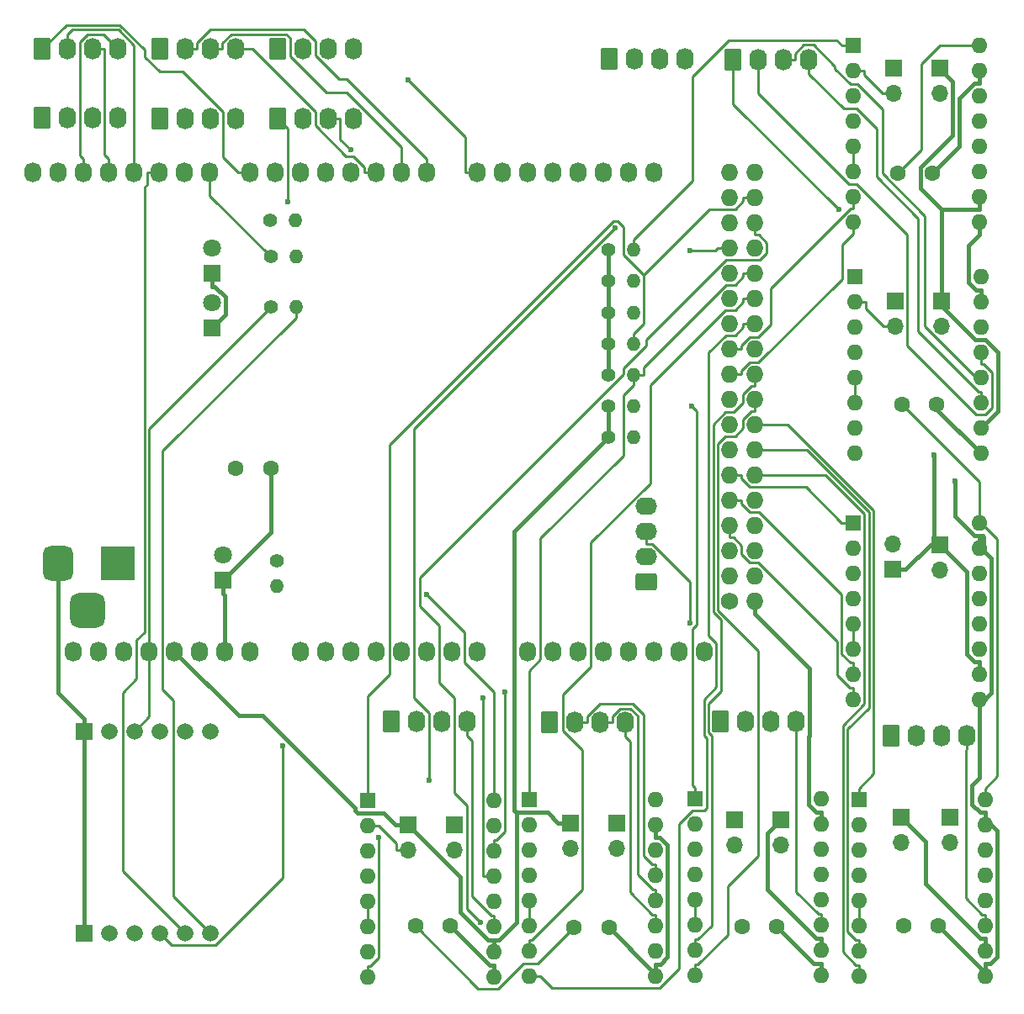
<source format=gbr>
G04 #@! TF.GenerationSoftware,KiCad,Pcbnew,7.0.9*
G04 #@! TF.CreationDate,2023-11-27T06:02:19+10:00*
G04 #@! TF.ProjectId,Front Console Output,46726f6e-7420-4436-9f6e-736f6c65204f,rev?*
G04 #@! TF.SameCoordinates,Original*
G04 #@! TF.FileFunction,Copper,L2,Bot*
G04 #@! TF.FilePolarity,Positive*
%FSLAX46Y46*%
G04 Gerber Fmt 4.6, Leading zero omitted, Abs format (unit mm)*
G04 Created by KiCad (PCBNEW 7.0.9) date 2023-11-27 06:02:19*
%MOMM*%
%LPD*%
G01*
G04 APERTURE LIST*
G04 Aperture macros list*
%AMRoundRect*
0 Rectangle with rounded corners*
0 $1 Rounding radius*
0 $2 $3 $4 $5 $6 $7 $8 $9 X,Y pos of 4 corners*
0 Add a 4 corners polygon primitive as box body*
4,1,4,$2,$3,$4,$5,$6,$7,$8,$9,$2,$3,0*
0 Add four circle primitives for the rounded corners*
1,1,$1+$1,$2,$3*
1,1,$1+$1,$4,$5*
1,1,$1+$1,$6,$7*
1,1,$1+$1,$8,$9*
0 Add four rect primitives between the rounded corners*
20,1,$1+$1,$2,$3,$4,$5,0*
20,1,$1+$1,$4,$5,$6,$7,0*
20,1,$1+$1,$6,$7,$8,$9,0*
20,1,$1+$1,$8,$9,$2,$3,0*%
G04 Aperture macros list end*
G04 #@! TA.AperFunction,ComponentPad*
%ADD10C,1.600000*%
G04 #@! TD*
G04 #@! TA.AperFunction,ComponentPad*
%ADD11R,1.700000X1.700000*%
G04 #@! TD*
G04 #@! TA.AperFunction,ComponentPad*
%ADD12O,1.700000X1.700000*%
G04 #@! TD*
G04 #@! TA.AperFunction,ComponentPad*
%ADD13C,1.400000*%
G04 #@! TD*
G04 #@! TA.AperFunction,ComponentPad*
%ADD14O,1.400000X1.400000*%
G04 #@! TD*
G04 #@! TA.AperFunction,ComponentPad*
%ADD15R,1.600000X1.600000*%
G04 #@! TD*
G04 #@! TA.AperFunction,ComponentPad*
%ADD16O,1.600000X1.600000*%
G04 #@! TD*
G04 #@! TA.AperFunction,ComponentPad*
%ADD17RoundRect,0.250000X-0.620000X-0.845000X0.620000X-0.845000X0.620000X0.845000X-0.620000X0.845000X0*%
G04 #@! TD*
G04 #@! TA.AperFunction,ComponentPad*
%ADD18O,1.740000X2.190000*%
G04 #@! TD*
G04 #@! TA.AperFunction,ComponentPad*
%ADD19RoundRect,0.250000X0.845000X-0.620000X0.845000X0.620000X-0.845000X0.620000X-0.845000X-0.620000X0*%
G04 #@! TD*
G04 #@! TA.AperFunction,ComponentPad*
%ADD20O,2.190000X1.740000*%
G04 #@! TD*
G04 #@! TA.AperFunction,ComponentPad*
%ADD21C,1.727200*%
G04 #@! TD*
G04 #@! TA.AperFunction,ComponentPad*
%ADD22O,1.727200X1.727200*%
G04 #@! TD*
G04 #@! TA.AperFunction,ComponentPad*
%ADD23O,1.727200X2.032000*%
G04 #@! TD*
G04 #@! TA.AperFunction,ComponentPad*
%ADD24R,1.800000X1.800000*%
G04 #@! TD*
G04 #@! TA.AperFunction,ComponentPad*
%ADD25C,1.800000*%
G04 #@! TD*
G04 #@! TA.AperFunction,ComponentPad*
%ADD26R,3.500000X3.500000*%
G04 #@! TD*
G04 #@! TA.AperFunction,ComponentPad*
%ADD27RoundRect,0.750000X-0.750000X-1.000000X0.750000X-1.000000X0.750000X1.000000X-0.750000X1.000000X0*%
G04 #@! TD*
G04 #@! TA.AperFunction,ComponentPad*
%ADD28RoundRect,0.875000X-0.875000X-0.875000X0.875000X-0.875000X0.875000X0.875000X-0.875000X0.875000X0*%
G04 #@! TD*
G04 #@! TA.AperFunction,ComponentPad*
%ADD29R,1.665000X1.665000*%
G04 #@! TD*
G04 #@! TA.AperFunction,ComponentPad*
%ADD30C,1.665000*%
G04 #@! TD*
G04 #@! TA.AperFunction,ViaPad*
%ADD31C,0.600000*%
G04 #@! TD*
G04 #@! TA.AperFunction,Conductor*
%ADD32C,0.250000*%
G04 #@! TD*
G04 #@! TA.AperFunction,Conductor*
%ADD33C,0.450000*%
G04 #@! TD*
G04 APERTURE END LIST*
D10*
X214280000Y-70930000D03*
X217780000Y-70930000D03*
D11*
X213890000Y-60370000D03*
D12*
X213890000Y-62910000D03*
D10*
X147670000Y-100640000D03*
X151170000Y-100640000D03*
D13*
X185130000Y-97580000D03*
D14*
X187670000Y-97580000D03*
D13*
X185130000Y-94430000D03*
D14*
X187670000Y-94430000D03*
D13*
X185130000Y-91280000D03*
D14*
X187670000Y-91280000D03*
D13*
X185130000Y-88130000D03*
D14*
X187670000Y-88130000D03*
D13*
X185130000Y-84980000D03*
D14*
X187670000Y-84980000D03*
D13*
X185130000Y-81830000D03*
D14*
X187670000Y-81830000D03*
D13*
X185130000Y-78680000D03*
D14*
X187670000Y-78680000D03*
D11*
X219540000Y-135780000D03*
D12*
X219540000Y-138320000D03*
D15*
X210340000Y-134020000D03*
D16*
X210340000Y-136560000D03*
X210340000Y-139100000D03*
X210340000Y-141640000D03*
X210340000Y-144180000D03*
X210340000Y-146720000D03*
X210340000Y-149260000D03*
X210340000Y-151800000D03*
X223040000Y-151800000D03*
X223040000Y-149260000D03*
X223040000Y-146720000D03*
X223040000Y-144180000D03*
X223040000Y-141640000D03*
X223040000Y-139100000D03*
X223040000Y-136560000D03*
X223040000Y-134020000D03*
D11*
X214610000Y-135780000D03*
D12*
X214610000Y-138320000D03*
D11*
X202510000Y-136100000D03*
D12*
X202510000Y-138640000D03*
D15*
X193860000Y-133990000D03*
D16*
X193860000Y-136530000D03*
X193860000Y-139070000D03*
X193860000Y-141610000D03*
X193860000Y-144150000D03*
X193860000Y-146690000D03*
X193860000Y-149230000D03*
X193860000Y-151770000D03*
X206560000Y-151770000D03*
X206560000Y-149230000D03*
X206560000Y-146690000D03*
X206560000Y-144150000D03*
X206560000Y-141610000D03*
X206560000Y-139070000D03*
X206560000Y-136530000D03*
X206560000Y-133990000D03*
D11*
X197860000Y-136100000D03*
D12*
X197860000Y-138640000D03*
D11*
X186010000Y-136365000D03*
D12*
X186010000Y-138905000D03*
D15*
X177160000Y-134040000D03*
D16*
X177160000Y-136580000D03*
X177160000Y-139120000D03*
X177160000Y-141660000D03*
X177160000Y-144200000D03*
X177160000Y-146740000D03*
X177160000Y-149280000D03*
X177160000Y-151820000D03*
X189860000Y-151820000D03*
X189860000Y-149280000D03*
X189860000Y-146740000D03*
X189860000Y-144200000D03*
X189860000Y-141660000D03*
X189860000Y-139120000D03*
X189860000Y-136580000D03*
X189860000Y-134040000D03*
D11*
X181360000Y-136365000D03*
D12*
X181360000Y-138905000D03*
D17*
X213580000Y-127560000D03*
D18*
X216120000Y-127560000D03*
X218660000Y-127560000D03*
X221200000Y-127560000D03*
D17*
X196430000Y-126190000D03*
D18*
X198970000Y-126190000D03*
X201510000Y-126190000D03*
X204050000Y-126190000D03*
D17*
X179260000Y-126280000D03*
D18*
X181800000Y-126280000D03*
X184340000Y-126280000D03*
X186880000Y-126280000D03*
D17*
X163290000Y-126200000D03*
D18*
X165830000Y-126200000D03*
X168370000Y-126200000D03*
X170910000Y-126200000D03*
D11*
X169650000Y-136545000D03*
D12*
X169650000Y-139085000D03*
D15*
X160920000Y-134150000D03*
D16*
X160920000Y-136690000D03*
X160920000Y-139230000D03*
X160920000Y-141770000D03*
X160920000Y-144310000D03*
X160920000Y-146850000D03*
X160920000Y-149390000D03*
X160920000Y-151930000D03*
X173620000Y-151930000D03*
X173620000Y-149390000D03*
X173620000Y-146850000D03*
X173620000Y-144310000D03*
X173620000Y-141770000D03*
X173620000Y-139230000D03*
X173620000Y-136690000D03*
X173620000Y-134150000D03*
D11*
X165000000Y-136545000D03*
D12*
X165000000Y-139085000D03*
D11*
X218670000Y-83825000D03*
D12*
X218670000Y-86365000D03*
D15*
X209920000Y-81400000D03*
D16*
X209920000Y-83940000D03*
X209920000Y-86480000D03*
X209920000Y-89020000D03*
X209920000Y-91560000D03*
X209920000Y-94100000D03*
X209920000Y-96640000D03*
X209920000Y-99180000D03*
X222620000Y-99180000D03*
X222620000Y-96640000D03*
X222620000Y-94100000D03*
X222620000Y-91560000D03*
X222620000Y-89020000D03*
X222620000Y-86480000D03*
X222620000Y-83940000D03*
X222620000Y-81400000D03*
D11*
X214020000Y-83825000D03*
D12*
X214020000Y-86365000D03*
D17*
X197660000Y-59510000D03*
D18*
X200200000Y-59510000D03*
X202740000Y-59510000D03*
X205280000Y-59510000D03*
D11*
X218470000Y-60380000D03*
D12*
X218470000Y-62920000D03*
D17*
X185210000Y-59410000D03*
D18*
X187750000Y-59410000D03*
X190290000Y-59410000D03*
X192830000Y-59410000D03*
D11*
X218530000Y-108390000D03*
D12*
X218530000Y-110930000D03*
D17*
X151870000Y-65440000D03*
D18*
X154410000Y-65440000D03*
X156950000Y-65440000D03*
X159490000Y-65440000D03*
D17*
X151880000Y-58420000D03*
D18*
X154420000Y-58420000D03*
X156960000Y-58420000D03*
X159500000Y-58420000D03*
D11*
X213800000Y-110870000D03*
D12*
X213800000Y-108330000D03*
D17*
X140020000Y-65440000D03*
D18*
X142560000Y-65440000D03*
X145100000Y-65440000D03*
X147640000Y-65440000D03*
D17*
X139990000Y-58460000D03*
D18*
X142530000Y-58460000D03*
X145070000Y-58460000D03*
X147610000Y-58460000D03*
D17*
X128190000Y-65360000D03*
D18*
X130730000Y-65360000D03*
X133270000Y-65360000D03*
X135810000Y-65360000D03*
D17*
X128190000Y-58420000D03*
D18*
X130730000Y-58420000D03*
X133270000Y-58420000D03*
X135810000Y-58420000D03*
D19*
X188950000Y-112140000D03*
D20*
X188950000Y-109600000D03*
X188950000Y-107060000D03*
X188950000Y-104520000D03*
D10*
X214870000Y-146720000D03*
X218370000Y-146720000D03*
X198570000Y-146840000D03*
X202070000Y-146840000D03*
X214680000Y-94220000D03*
X218180000Y-94220000D03*
X181700000Y-146920000D03*
X185200000Y-146920000D03*
X165750000Y-146770000D03*
X169250000Y-146770000D03*
D21*
X197358000Y-114046000D03*
D22*
X199898000Y-114046000D03*
X197358000Y-111506000D03*
X199898000Y-111506000D03*
X197358000Y-108966000D03*
X199898000Y-108966000D03*
X197358000Y-106426000D03*
X199898000Y-106426000D03*
X197358000Y-103886000D03*
X199898000Y-103886000D03*
X197358000Y-101346000D03*
X199898000Y-101346000D03*
X197358000Y-98806000D03*
X199898000Y-98806000D03*
X197358000Y-96266000D03*
X199898000Y-96266000D03*
X197358000Y-93726000D03*
X199898000Y-93726000D03*
X197358000Y-91186000D03*
X199898000Y-91186000D03*
X197358000Y-88646000D03*
X199898000Y-88646000D03*
X197358000Y-86106000D03*
X199898000Y-86106000D03*
X197358000Y-83566000D03*
X199898000Y-83566000D03*
X197358000Y-81026000D03*
X199898000Y-81026000D03*
X197358000Y-78486000D03*
X199898000Y-78486000D03*
X197358000Y-75946000D03*
X199898000Y-75946000D03*
X197358000Y-73406000D03*
X199898000Y-73406000D03*
X197358000Y-70866000D03*
X199898000Y-70866000D03*
D23*
X131318000Y-119126000D03*
X133858000Y-119126000D03*
X136398000Y-119126000D03*
X138938000Y-119126000D03*
X141478000Y-119126000D03*
X144018000Y-119126000D03*
X146558000Y-119126000D03*
X149098000Y-119126000D03*
X177038000Y-119126000D03*
X179578000Y-119126000D03*
X182118000Y-119126000D03*
X184658000Y-119126000D03*
X187198000Y-119126000D03*
X189738000Y-119126000D03*
X192278000Y-119126000D03*
X194818000Y-119126000D03*
X127254000Y-70866000D03*
X129794000Y-70866000D03*
X132334000Y-70866000D03*
X134874000Y-70866000D03*
X137414000Y-70866000D03*
X139954000Y-70866000D03*
X142494000Y-70866000D03*
X145034000Y-70866000D03*
X149098000Y-70866000D03*
X151638000Y-70866000D03*
X154178000Y-70866000D03*
X156718000Y-70866000D03*
X159258000Y-70866000D03*
X161798000Y-70866000D03*
X164338000Y-70866000D03*
X166878000Y-70866000D03*
X171958000Y-70866000D03*
X174498000Y-70866000D03*
X177038000Y-70866000D03*
X179578000Y-70866000D03*
X182118000Y-70866000D03*
X184658000Y-70866000D03*
X187198000Y-70866000D03*
X189738000Y-70866000D03*
D24*
X145300000Y-81025000D03*
D25*
X145300000Y-78485000D03*
D24*
X145300000Y-86525000D03*
D25*
X145300000Y-83985000D03*
D13*
X151150000Y-75680000D03*
D14*
X153690000Y-75680000D03*
D24*
X146350000Y-111925000D03*
D25*
X146350000Y-109385000D03*
D13*
X151180000Y-79375000D03*
D14*
X153720000Y-79375000D03*
D13*
X151750000Y-109960000D03*
D14*
X151750000Y-112500000D03*
D23*
X154178000Y-119126000D03*
X156718000Y-119126000D03*
X159258000Y-119126000D03*
X161798000Y-119126000D03*
X164338000Y-119126000D03*
X166878000Y-119126000D03*
X169418000Y-119126000D03*
X171958000Y-119126000D03*
D15*
X209770000Y-58120000D03*
D16*
X209770000Y-60660000D03*
X209770000Y-63200000D03*
X209770000Y-65740000D03*
X209770000Y-68280000D03*
X209770000Y-70820000D03*
X209770000Y-73360000D03*
X209770000Y-75900000D03*
X222470000Y-75900000D03*
X222470000Y-73360000D03*
X222470000Y-70820000D03*
X222470000Y-68280000D03*
X222470000Y-65740000D03*
X222470000Y-63200000D03*
X222470000Y-60660000D03*
X222470000Y-58120000D03*
D26*
X135750000Y-110242500D03*
D27*
X129750000Y-110242500D03*
D28*
X132750000Y-114942500D03*
D29*
X132380000Y-147480000D03*
D30*
X134920000Y-147480000D03*
X137460000Y-147480000D03*
X140000000Y-147480000D03*
X142540000Y-147480000D03*
X145080000Y-147480000D03*
D29*
X132380000Y-127160000D03*
D30*
X134920000Y-127160000D03*
X137460000Y-127160000D03*
X140000000Y-127160000D03*
X142540000Y-127160000D03*
X145080000Y-127160000D03*
D15*
X209760000Y-106160000D03*
D16*
X209760000Y-108700000D03*
X209760000Y-111240000D03*
X209760000Y-113780000D03*
X209760000Y-116320000D03*
X209760000Y-118860000D03*
X209760000Y-121400000D03*
X209760000Y-123940000D03*
X222460000Y-123940000D03*
X222460000Y-121400000D03*
X222460000Y-118860000D03*
X222460000Y-116320000D03*
X222460000Y-113780000D03*
X222460000Y-111240000D03*
X222460000Y-108700000D03*
X222460000Y-106160000D03*
D13*
X151180000Y-84455000D03*
D14*
X153720000Y-84455000D03*
D31*
X193548000Y-94430000D03*
X174776000Y-123168400D03*
X172494700Y-123793700D03*
X185849500Y-76475900D03*
X167100000Y-132056000D03*
X162077500Y-137842800D03*
X172266000Y-146363500D03*
X208306800Y-74630000D03*
X193379600Y-78744700D03*
X159219800Y-68609500D03*
X152908000Y-73871200D03*
X164996200Y-61576200D03*
X193365500Y-116235400D03*
X166826000Y-113360100D03*
X152344300Y-128613300D03*
X217892400Y-99345400D03*
X220030900Y-101914400D03*
D32*
X210340000Y-151800000D02*
X210340000Y-150674700D01*
X207021800Y-101346000D02*
X199898000Y-101346000D01*
X210904300Y-105228500D02*
X207021800Y-101346000D01*
X210904300Y-124405600D02*
X210904300Y-105228500D01*
X208764300Y-126545600D02*
X210904300Y-124405600D01*
X208764300Y-149380300D02*
X208764300Y-126545600D01*
X210058700Y-150674700D02*
X208764300Y-149380300D01*
X210340000Y-150674700D02*
X210058700Y-150674700D01*
X210340000Y-149260000D02*
X210340000Y-148134700D01*
X205118700Y-98806000D02*
X199898000Y-98806000D01*
X211370200Y-105057500D02*
X205118700Y-98806000D01*
X211370200Y-124801600D02*
X211370200Y-105057500D01*
X209214700Y-126957100D02*
X211370200Y-124801600D01*
X209214700Y-147290800D02*
X209214700Y-126957100D01*
X210058600Y-148134700D02*
X209214700Y-147290800D01*
X210340000Y-148134700D02*
X210058600Y-148134700D01*
X210340000Y-146720000D02*
X210340000Y-144180000D01*
X210340000Y-134020000D02*
X210340000Y-132894700D01*
X203215600Y-96266000D02*
X199898000Y-96266000D01*
X211820500Y-104870900D02*
X203215600Y-96266000D01*
X211820500Y-131414200D02*
X211820500Y-104870900D01*
X210340000Y-132894700D02*
X211820500Y-131414200D01*
X193860000Y-151770000D02*
X193860000Y-150644700D01*
X199898000Y-93726000D02*
X199898000Y-94914900D01*
X199526400Y-94914900D02*
X199898000Y-94914900D01*
X198709100Y-95732200D02*
X199526400Y-94914900D01*
X198709100Y-96652900D02*
X198709100Y-95732200D01*
X197907000Y-97455000D02*
X198709100Y-96652900D01*
X196954900Y-97455000D02*
X197907000Y-97455000D01*
X196155800Y-98254100D02*
X196954900Y-97455000D01*
X196155800Y-114988100D02*
X196155800Y-98254100D01*
X200187000Y-119019300D02*
X196155800Y-114988100D01*
X200187000Y-139721200D02*
X200187000Y-119019300D01*
X197135200Y-142773000D02*
X200187000Y-139721200D01*
X197135200Y-147650800D02*
X197135200Y-142773000D01*
X194141300Y-150644700D02*
X197135200Y-147650800D01*
X193860000Y-150644700D02*
X194141300Y-150644700D01*
X194141300Y-148104700D02*
X193860000Y-148104700D01*
X195537600Y-146708400D02*
X194141300Y-148104700D01*
X195537600Y-127577500D02*
X195537600Y-146708400D01*
X195233600Y-127273500D02*
X195537600Y-127577500D01*
X195233600Y-124379900D02*
X195233600Y-127273500D01*
X196473800Y-123139700D02*
X195233600Y-124379900D01*
X196473800Y-115943000D02*
X196473800Y-123139700D01*
X195690500Y-115159700D02*
X196473800Y-115943000D01*
X195690500Y-96237700D02*
X195690500Y-115159700D01*
X196932200Y-94996000D02*
X195690500Y-96237700D01*
X197774800Y-94996000D02*
X196932200Y-94996000D01*
X198709100Y-94061700D02*
X197774800Y-94996000D01*
X198709100Y-93192200D02*
X198709100Y-94061700D01*
X199526400Y-92374900D02*
X198709100Y-93192200D01*
X199898000Y-92374900D02*
X199526400Y-92374900D01*
X199898000Y-91186000D02*
X199898000Y-92374900D01*
X193860000Y-149230000D02*
X193860000Y-148104700D01*
X193860000Y-146690000D02*
X193860000Y-144150000D01*
X193860000Y-133990000D02*
X193860000Y-132864700D01*
X194038400Y-94920400D02*
X193548000Y-94430000D01*
X194038400Y-116453300D02*
X194038400Y-94920400D01*
X193621100Y-116870600D02*
X194038400Y-116453300D01*
X193621100Y-132625800D02*
X193621100Y-116870600D01*
X193860000Y-132864700D02*
X193621100Y-132625800D01*
X177160000Y-151820000D02*
X178285300Y-151820000D01*
X199898000Y-86106000D02*
X198709100Y-86106000D01*
X179481900Y-153016600D02*
X178285300Y-151820000D01*
X190309200Y-153016600D02*
X179481900Y-153016600D01*
X192285300Y-151040500D02*
X190309200Y-153016600D01*
X192285300Y-136484400D02*
X192285300Y-151040500D01*
X193654300Y-135115400D02*
X192285300Y-136484400D01*
X194838800Y-135115400D02*
X193654300Y-135115400D01*
X195036200Y-134918000D02*
X194838800Y-135115400D01*
X195036200Y-127825700D02*
X195036200Y-134918000D01*
X194783300Y-127572800D02*
X195036200Y-127825700D01*
X194783300Y-123968300D02*
X194783300Y-127572800D01*
X196023400Y-122728200D02*
X194783300Y-123968300D01*
X196023400Y-118270400D02*
X196023400Y-122728200D01*
X195240100Y-117487100D02*
X196023400Y-118270400D01*
X195240100Y-89019500D02*
X195240100Y-117487100D01*
X196964700Y-87294900D02*
X195240100Y-89019500D01*
X197891800Y-87294900D02*
X196964700Y-87294900D01*
X198709100Y-86477600D02*
X197891800Y-87294900D01*
X198709100Y-86106000D02*
X198709100Y-86477600D01*
X177441300Y-148154700D02*
X177160000Y-148154700D01*
X182536300Y-143059700D02*
X177441300Y-148154700D01*
X182536300Y-129058400D02*
X182536300Y-143059700D01*
X180588100Y-127110200D02*
X182536300Y-129058400D01*
X180588100Y-123484300D02*
X180588100Y-127110200D01*
X183388000Y-120684400D02*
X180588100Y-123484300D01*
X183388000Y-108166500D02*
X183388000Y-120684400D01*
X189392200Y-102162300D02*
X183388000Y-108166500D01*
X189392200Y-92318600D02*
X189392200Y-102162300D01*
X196955900Y-84754900D02*
X189392200Y-92318600D01*
X197891800Y-84754900D02*
X196955900Y-84754900D01*
X198709100Y-83937600D02*
X197891800Y-84754900D01*
X198709100Y-83566000D02*
X198709100Y-83937600D01*
X199898000Y-83566000D02*
X198709100Y-83566000D01*
X177160000Y-149280000D02*
X177160000Y-148154700D01*
X177160000Y-146740000D02*
X177160000Y-144200000D01*
X188695300Y-90511000D02*
X188695300Y-91280000D01*
X196991400Y-82214900D02*
X188695300Y-90511000D01*
X197891800Y-82214900D02*
X196991400Y-82214900D01*
X198709100Y-81397600D02*
X197891800Y-82214900D01*
X198709100Y-81026000D02*
X198709100Y-81397600D01*
X199898000Y-81026000D02*
X198709100Y-81026000D01*
X187670000Y-91280000D02*
X188695300Y-91280000D01*
X186644700Y-93330600D02*
X187670000Y-92305300D01*
X186644700Y-99383500D02*
X186644700Y-93330600D01*
X178308000Y-107720200D02*
X186644700Y-99383500D01*
X178308000Y-119935800D02*
X178308000Y-107720200D01*
X177160000Y-121083800D02*
X178308000Y-119935800D01*
X177160000Y-134040000D02*
X177160000Y-121083800D01*
X187670000Y-91280000D02*
X187670000Y-92305300D01*
X221141700Y-129038600D02*
X221200000Y-128980300D01*
X221141700Y-143977700D02*
X221141700Y-129038600D01*
X222758700Y-145594700D02*
X221141700Y-143977700D01*
X223040000Y-145594700D02*
X222758700Y-145594700D01*
X223040000Y-146720000D02*
X223040000Y-145594700D01*
X221200000Y-127560000D02*
X221200000Y-128980300D01*
X206560000Y-146690000D02*
X206560000Y-145564700D01*
X206278700Y-145564700D02*
X206560000Y-145564700D01*
X204050000Y-143336000D02*
X206278700Y-145564700D01*
X204050000Y-127610300D02*
X204050000Y-143336000D01*
X204050000Y-126190000D02*
X204050000Y-127610300D01*
X189578700Y-145614700D02*
X189860000Y-145614700D01*
X187330200Y-143366200D02*
X189578700Y-145614700D01*
X187330200Y-128150500D02*
X187330200Y-143366200D01*
X186880000Y-127700300D02*
X187330200Y-128150500D01*
X186880000Y-126280000D02*
X186880000Y-127700300D01*
X189860000Y-146740000D02*
X189860000Y-145614700D01*
X189860000Y-144200000D02*
X189860000Y-143074700D01*
X184340000Y-126280000D02*
X185535300Y-126280000D01*
X189630400Y-143074700D02*
X189860000Y-143074700D01*
X188115400Y-141559700D02*
X189630400Y-143074700D01*
X188115400Y-125589600D02*
X188115400Y-141559700D01*
X187379700Y-124853900D02*
X188115400Y-125589600D01*
X186363700Y-124853900D02*
X187379700Y-124853900D01*
X185535300Y-125682300D02*
X186363700Y-124853900D01*
X185535300Y-126280000D02*
X185535300Y-125682300D01*
X182995300Y-125682300D02*
X182995300Y-126280000D01*
X184275100Y-124402500D02*
X182995300Y-125682300D01*
X187624600Y-124402500D02*
X184275100Y-124402500D01*
X188734700Y-125512600D02*
X187624600Y-124402500D01*
X188734700Y-139690800D02*
X188734700Y-125512600D01*
X189578600Y-140534700D02*
X188734700Y-139690800D01*
X189860000Y-140534700D02*
X189578600Y-140534700D01*
X189860000Y-141660000D02*
X189860000Y-140534700D01*
X181800000Y-126280000D02*
X182995300Y-126280000D01*
X173620000Y-139230000D02*
X173620000Y-138104700D01*
X174776000Y-137230000D02*
X174776000Y-123168400D01*
X173901300Y-138104700D02*
X174776000Y-137230000D01*
X173620000Y-138104700D02*
X173901300Y-138104700D01*
X173620000Y-141770000D02*
X172494700Y-141770000D01*
X172494700Y-141770000D02*
X172494700Y-123793700D01*
X173400400Y-145724700D02*
X173620000Y-145724700D01*
X171405500Y-143729800D02*
X173400400Y-145724700D01*
X171405500Y-128115800D02*
X171405500Y-143729800D01*
X170910000Y-127620300D02*
X171405500Y-128115800D01*
X170910000Y-126200000D02*
X170910000Y-127620300D01*
X173620000Y-146850000D02*
X173620000Y-145724700D01*
X161201300Y-150804700D02*
X160920000Y-150804700D01*
X162077500Y-149928500D02*
X161201300Y-150804700D01*
X162077500Y-137842800D02*
X162077500Y-149928500D01*
X167100000Y-125304800D02*
X167100000Y-132056000D01*
X165608000Y-123812800D02*
X167100000Y-125304800D01*
X165608000Y-96717400D02*
X165608000Y-123812800D01*
X185849500Y-76475900D02*
X165608000Y-96717400D01*
X160920000Y-151930000D02*
X160920000Y-150804700D01*
X199898000Y-75946000D02*
X199898000Y-77134900D01*
X170910000Y-145007500D02*
X172266000Y-146363500D01*
X170910000Y-134600000D02*
X170910000Y-145007500D01*
X169640000Y-133330000D02*
X170910000Y-134600000D01*
X169640000Y-123795600D02*
X169640000Y-133330000D01*
X168148000Y-122303600D02*
X169640000Y-123795600D01*
X168148000Y-116527500D02*
X168148000Y-122303600D01*
X166200700Y-114580200D02*
X168148000Y-116527500D01*
X166200700Y-111677800D02*
X166200700Y-114580200D01*
X186644700Y-91233800D02*
X166200700Y-111677800D01*
X186644700Y-90611200D02*
X186644700Y-91233800D01*
X188949700Y-88306200D02*
X186644700Y-90611200D01*
X188949700Y-87737200D02*
X188949700Y-88306200D01*
X197012000Y-79674900D02*
X188949700Y-87737200D01*
X200409400Y-79674900D02*
X197012000Y-79674900D01*
X201092600Y-78991700D02*
X200409400Y-79674900D01*
X201092600Y-77958000D02*
X201092600Y-78991700D01*
X200269500Y-77134900D02*
X201092600Y-77958000D01*
X199898000Y-77134900D02*
X200269500Y-77134900D01*
X160920000Y-146850000D02*
X160920000Y-144310000D01*
X199898000Y-73406000D02*
X198709100Y-73406000D01*
X187670000Y-88130000D02*
X187670000Y-87104700D01*
X195318900Y-74594900D02*
X188695300Y-81218500D01*
X197891800Y-74594900D02*
X195318900Y-74594900D01*
X198709100Y-73777600D02*
X197891800Y-74594900D01*
X198709100Y-73406000D02*
X198709100Y-73777600D01*
X186644600Y-79167800D02*
X188695300Y-81218500D01*
X186644600Y-76381900D02*
X186644600Y-79167800D01*
X186066800Y-75804100D02*
X186644600Y-76381900D01*
X185636300Y-75804100D02*
X186066800Y-75804100D01*
X163123600Y-98316800D02*
X185636300Y-75804100D01*
X163123600Y-121391500D02*
X163123600Y-98316800D01*
X160920000Y-123595100D02*
X163123600Y-121391500D01*
X160920000Y-134150000D02*
X160920000Y-123595100D01*
X188695300Y-86079400D02*
X187670000Y-87104700D01*
X188695300Y-81218500D02*
X188695300Y-86079400D01*
X163824700Y-138469400D02*
X163824700Y-139085000D01*
X162045300Y-136690000D02*
X163824700Y-138469400D01*
X165000000Y-139085000D02*
X163824700Y-139085000D01*
X160920000Y-136690000D02*
X162045300Y-136690000D01*
X209920000Y-94100000D02*
X209920000Y-91560000D01*
X211045300Y-84565600D02*
X212844700Y-86365000D01*
X211045300Y-83940000D02*
X211045300Y-84565600D01*
X214020000Y-86365000D02*
X212844700Y-86365000D01*
X209920000Y-83940000D02*
X211045300Y-83940000D01*
X205280000Y-59510000D02*
X205280000Y-60930300D01*
X222620000Y-94100000D02*
X222620000Y-92974700D01*
X208819700Y-64470000D02*
X205280000Y-60930300D01*
X210139400Y-64470000D02*
X208819700Y-64470000D01*
X212120200Y-66450800D02*
X210139400Y-64470000D01*
X212120200Y-71268700D02*
X212120200Y-66450800D01*
X216344900Y-75493400D02*
X212120200Y-71268700D01*
X216344900Y-86904100D02*
X216344900Y-75493400D01*
X222415500Y-92974700D02*
X216344900Y-86904100D01*
X222620000Y-92974700D02*
X222415500Y-92974700D01*
X202740000Y-59510000D02*
X203935300Y-59510000D01*
X203935300Y-58912300D02*
X203935300Y-59510000D01*
X204809200Y-58038400D02*
X203935300Y-58912300D01*
X205794600Y-58038400D02*
X204809200Y-58038400D01*
X207957200Y-60201000D02*
X205794600Y-58038400D01*
X207957200Y-60444200D02*
X207957200Y-60201000D01*
X209518400Y-62005400D02*
X207957200Y-60444200D01*
X210184200Y-62005400D02*
X209518400Y-62005400D01*
X212730600Y-64551800D02*
X210184200Y-62005400D01*
X212730600Y-70978700D02*
X212730600Y-64551800D01*
X216985700Y-75233800D02*
X212730600Y-70978700D01*
X216985700Y-86361600D02*
X216985700Y-75233800D01*
X222184100Y-91560000D02*
X216985700Y-86361600D01*
X222620000Y-91560000D02*
X222184100Y-91560000D01*
X222901400Y-90145300D02*
X222620000Y-90145300D01*
X223745300Y-90989200D02*
X222901400Y-90145300D01*
X223745300Y-94602200D02*
X223745300Y-90989200D01*
X223100900Y-95246600D02*
X223745300Y-94602200D01*
X222162600Y-95246600D02*
X223100900Y-95246600D01*
X215195400Y-88279400D02*
X222162600Y-95246600D01*
X215195400Y-77171400D02*
X215195400Y-88279400D01*
X210114000Y-72090000D02*
X215195400Y-77171400D01*
X209389500Y-72090000D02*
X210114000Y-72090000D01*
X200200000Y-62900500D02*
X209389500Y-72090000D01*
X200200000Y-59510000D02*
X200200000Y-62900500D01*
X222620000Y-89020000D02*
X222620000Y-90145300D01*
X197660000Y-63983200D02*
X208306800Y-74630000D01*
X197660000Y-59510000D02*
X197660000Y-63983200D01*
X198546900Y-90814400D02*
X198546900Y-91186000D01*
X199364200Y-89997100D02*
X198546900Y-90814400D01*
X200241500Y-89997100D02*
X199364200Y-89997100D01*
X208644700Y-81593900D02*
X200241500Y-89997100D01*
X208644700Y-78150600D02*
X208644700Y-81593900D01*
X209770000Y-77025300D02*
X208644700Y-78150600D01*
X209770000Y-75900000D02*
X209770000Y-77025300D01*
X197358000Y-91186000D02*
X198546900Y-91186000D01*
X198546900Y-88274400D02*
X198546900Y-88646000D01*
X199364200Y-87457100D02*
X198546900Y-88274400D01*
X200228400Y-87457100D02*
X199364200Y-87457100D01*
X201492900Y-86192600D02*
X200228400Y-87457100D01*
X201492900Y-82547100D02*
X201492900Y-86192600D01*
X209554700Y-74485300D02*
X201492900Y-82547100D01*
X209770000Y-74485300D02*
X209554700Y-74485300D01*
X209770000Y-73360000D02*
X209770000Y-74485300D01*
X197358000Y-88646000D02*
X198546900Y-88646000D01*
X193624200Y-71700500D02*
X187670000Y-77654700D01*
X193624200Y-61242400D02*
X193624200Y-71700500D01*
X197278600Y-57588000D02*
X193624200Y-61242400D01*
X208112700Y-57588000D02*
X197278600Y-57588000D01*
X208644700Y-58120000D02*
X208112700Y-57588000D01*
X209770000Y-58120000D02*
X208644700Y-58120000D01*
X187670000Y-78680000D02*
X187670000Y-77654700D01*
X210895300Y-61090600D02*
X212714700Y-62910000D01*
X210895300Y-60660000D02*
X210895300Y-61090600D01*
X213890000Y-62910000D02*
X212714700Y-62910000D01*
X209770000Y-60660000D02*
X210895300Y-60660000D01*
X195910400Y-78744700D02*
X193379600Y-78744700D01*
X196169100Y-78486000D02*
X195910400Y-78744700D01*
X158145300Y-67535000D02*
X158145300Y-65440000D01*
X159219800Y-68609500D02*
X158145300Y-67535000D01*
X156950000Y-65440000D02*
X158145300Y-65440000D01*
X197358000Y-78486000D02*
X196169100Y-78486000D01*
X152908000Y-66478000D02*
X152908000Y-73871200D01*
X151870000Y-65440000D02*
X152908000Y-66478000D01*
X209760000Y-123940000D02*
X209760000Y-122814700D01*
X197358000Y-106426000D02*
X197358000Y-107614900D01*
X209478600Y-122814700D02*
X209760000Y-122814700D01*
X208184400Y-121520500D02*
X209478600Y-122814700D01*
X208184400Y-118101200D02*
X208184400Y-121520500D01*
X200238200Y-110155000D02*
X208184400Y-118101200D01*
X199383700Y-110155000D02*
X200238200Y-110155000D01*
X198546900Y-109318200D02*
X199383700Y-110155000D01*
X198546900Y-108432200D02*
X198546900Y-109318200D01*
X197729600Y-107614900D02*
X198546900Y-108432200D01*
X197358000Y-107614900D02*
X197729600Y-107614900D01*
X198546900Y-104257600D02*
X198546900Y-103886000D01*
X199364200Y-105074900D02*
X198546900Y-104257600D01*
X200308300Y-105074900D02*
X199364200Y-105074900D01*
X208634700Y-113401300D02*
X200308300Y-105074900D01*
X208634700Y-119386500D02*
X208634700Y-113401300D01*
X209522900Y-120274700D02*
X208634700Y-119386500D01*
X209760000Y-120274700D02*
X209522900Y-120274700D01*
X209760000Y-121400000D02*
X209760000Y-120274700D01*
X197358000Y-103886000D02*
X198546900Y-103886000D01*
X198546900Y-101717600D02*
X198546900Y-101346000D01*
X199364200Y-102534900D02*
X198546900Y-101717600D01*
X205009600Y-102534900D02*
X199364200Y-102534900D01*
X208634700Y-106160000D02*
X205009600Y-102534900D01*
X209760000Y-106160000D02*
X208634700Y-106160000D01*
X197358000Y-101346000D02*
X198546900Y-101346000D01*
X161798000Y-70866000D02*
X160609100Y-70866000D01*
X160609100Y-70345900D02*
X160609100Y-70866000D01*
X159498000Y-69234800D02*
X160609100Y-70345900D01*
X158761100Y-69234800D02*
X159498000Y-69234800D01*
X155680000Y-66153700D02*
X158761100Y-69234800D01*
X155680000Y-64784900D02*
X155680000Y-66153700D01*
X149355100Y-58460000D02*
X155680000Y-64784900D01*
X147610000Y-58460000D02*
X149355100Y-58460000D01*
X164338000Y-68327000D02*
X164338000Y-70866000D01*
X158830300Y-62819300D02*
X164338000Y-68327000D01*
X156800300Y-62819300D02*
X158830300Y-62819300D01*
X153150500Y-59169500D02*
X156800300Y-62819300D01*
X153150500Y-57365800D02*
X153150500Y-59169500D01*
X152733900Y-56949200D02*
X153150500Y-57365800D01*
X147178500Y-56949200D02*
X152733900Y-56949200D01*
X146265300Y-57862400D02*
X147178500Y-56949200D01*
X146265300Y-58460000D02*
X146265300Y-57862400D01*
X145070000Y-58460000D02*
X146265300Y-58460000D01*
X143725300Y-57862300D02*
X143725300Y-58460000D01*
X145123900Y-56463700D02*
X143725300Y-57862300D01*
X154461000Y-56463700D02*
X145123900Y-56463700D01*
X155690000Y-57692700D02*
X154461000Y-56463700D01*
X155690000Y-59073600D02*
X155690000Y-57692700D01*
X158081700Y-61465300D02*
X155690000Y-59073600D01*
X158818600Y-61465300D02*
X158081700Y-61465300D01*
X166878000Y-69524700D02*
X158818600Y-61465300D01*
X166878000Y-70866000D02*
X166878000Y-69524700D01*
X142530000Y-58460000D02*
X143725300Y-58460000D01*
X170769100Y-67349100D02*
X164996200Y-61576200D01*
X170769100Y-70866000D02*
X170769100Y-67349100D01*
X171958000Y-70866000D02*
X170769100Y-70866000D01*
X138765100Y-72054900D02*
X138765100Y-70866000D01*
X138461500Y-72358500D02*
X138765100Y-72054900D01*
X138461500Y-117148500D02*
X138461500Y-72358500D01*
X137668000Y-117942000D02*
X138461500Y-117148500D01*
X137668000Y-121855000D02*
X137668000Y-117942000D01*
X136263200Y-123259800D02*
X137668000Y-121855000D01*
X136263200Y-141203200D02*
X136263200Y-123259800D01*
X142540000Y-147480000D02*
X136263200Y-141203200D01*
X139954000Y-70866000D02*
X138765100Y-70866000D01*
X134351400Y-56961400D02*
X135810000Y-58420000D01*
X132748700Y-56961400D02*
X134351400Y-56961400D01*
X132000000Y-57710100D02*
X132748700Y-56961400D01*
X132000000Y-69190700D02*
X132000000Y-57710100D01*
X132334000Y-69524700D02*
X132000000Y-69190700D01*
X132334000Y-70866000D02*
X132334000Y-69524700D01*
X134465300Y-69116000D02*
X134465300Y-58420000D01*
X134874000Y-69524700D02*
X134465300Y-69116000D01*
X134874000Y-70866000D02*
X134874000Y-69524700D01*
X133270000Y-58420000D02*
X134465300Y-58420000D01*
X130730000Y-58420000D02*
X130730000Y-56999700D01*
X137414000Y-58077400D02*
X137414000Y-70866000D01*
X135842400Y-56505800D02*
X137414000Y-58077400D01*
X131223900Y-56505800D02*
X135842400Y-56505800D01*
X130730000Y-56999700D02*
X131223900Y-56505800D01*
X130584600Y-56025400D02*
X128190000Y-58420000D01*
X135998900Y-56025400D02*
X130584600Y-56025400D01*
X138488300Y-58514800D02*
X135998900Y-56025400D01*
X138488300Y-59247200D02*
X138488300Y-58514800D01*
X139988300Y-60747200D02*
X138488300Y-59247200D01*
X142323200Y-60747200D02*
X139988300Y-60747200D01*
X146370000Y-64794000D02*
X142323200Y-60747200D01*
X146370000Y-69326900D02*
X146370000Y-64794000D01*
X147909100Y-70866000D02*
X146370000Y-69326900D01*
X149098000Y-70866000D02*
X147909100Y-70866000D01*
X189547600Y-108255300D02*
X188950000Y-108255300D01*
X193365500Y-112073200D02*
X189547600Y-108255300D01*
X193365500Y-116235400D02*
X193365500Y-112073200D01*
X188950000Y-107060000D02*
X188950000Y-108255300D01*
X216654600Y-68555400D02*
X214280000Y-70930000D01*
X216654600Y-59954000D02*
X216654600Y-68555400D01*
X218488600Y-58120000D02*
X216654600Y-59954000D01*
X222470000Y-58120000D02*
X218488600Y-58120000D01*
X178070000Y-150550000D02*
X181700000Y-146920000D01*
X176599300Y-150550000D02*
X178070000Y-150550000D01*
X174083800Y-153065500D02*
X176599300Y-150550000D01*
X172045500Y-153065500D02*
X174083800Y-153065500D01*
X165750000Y-146770000D02*
X172045500Y-153065500D01*
X222460000Y-105597300D02*
X222460000Y-105987000D01*
X222460000Y-106160000D02*
X222460000Y-105987000D01*
X222460000Y-105597300D02*
X222460000Y-105034700D01*
X224271600Y-131663100D02*
X223040000Y-132894700D01*
X224271600Y-107798600D02*
X224271600Y-131663100D01*
X222460000Y-105987000D02*
X224271600Y-107798600D01*
X223040000Y-134020000D02*
X223040000Y-132894700D01*
X222460000Y-102000000D02*
X214680000Y-94220000D01*
X222460000Y-105034700D02*
X222460000Y-102000000D01*
X173620000Y-123192400D02*
X173620000Y-134150000D01*
X170688000Y-120260400D02*
X173620000Y-123192400D01*
X170688000Y-117222100D02*
X170688000Y-120260400D01*
X166826000Y-113360100D02*
X170688000Y-117222100D01*
X140285600Y-98914700D02*
X153720000Y-85480300D01*
X140285600Y-122965100D02*
X140285600Y-98914700D01*
X141382100Y-124061600D02*
X140285600Y-122965100D01*
X141382100Y-143782100D02*
X141382100Y-124061600D01*
X145080000Y-147480000D02*
X141382100Y-143782100D01*
X153720000Y-84455000D02*
X153720000Y-85480300D01*
X145034000Y-73229000D02*
X145034000Y-70866000D01*
X151180000Y-79375000D02*
X145034000Y-73229000D01*
X152344300Y-141927600D02*
X152344300Y-128613300D01*
X145621700Y-148650200D02*
X152344300Y-141927600D01*
X141170200Y-148650200D02*
X145621700Y-148650200D01*
X140000000Y-147480000D02*
X141170200Y-148650200D01*
X138938000Y-125682000D02*
X138938000Y-119126000D01*
X137460000Y-127160000D02*
X138938000Y-125682000D01*
X138938000Y-96697000D02*
X151180000Y-84455000D01*
X138938000Y-119126000D02*
X138938000Y-96697000D01*
X209770000Y-70820000D02*
X209770000Y-68280000D01*
D33*
X222470000Y-73360000D02*
X222470000Y-74585300D01*
X185130000Y-78680000D02*
X185130000Y-81830000D01*
X185130000Y-81830000D02*
X185130000Y-84980000D01*
X185130000Y-84980000D02*
X185130000Y-88130000D01*
X185130000Y-88130000D02*
X185130000Y-91280000D01*
X181360000Y-136365000D02*
X180084700Y-136365000D01*
X185130000Y-94430000D02*
X185130000Y-97580000D01*
X222470000Y-74585300D02*
X218670000Y-74585300D01*
X218670000Y-83825000D02*
X218670000Y-74585300D01*
X219792500Y-61702500D02*
X218470000Y-60380000D01*
X219792500Y-67151400D02*
X219792500Y-61702500D01*
X216554400Y-70389500D02*
X219792500Y-67151400D01*
X216554400Y-72469700D02*
X216554400Y-70389500D01*
X218670000Y-74585300D02*
X216554400Y-72469700D01*
X173620000Y-149390000D02*
X173620000Y-148164700D01*
X179053800Y-135334100D02*
X180084700Y-136365000D01*
X175925100Y-135334100D02*
X179053800Y-135334100D01*
X175925100Y-146367400D02*
X175925100Y-135334100D01*
X174127800Y-148164700D02*
X175925100Y-146367400D01*
X173620000Y-148164700D02*
X174127800Y-148164700D01*
X175694600Y-107015400D02*
X185130000Y-97580000D01*
X175694600Y-135103600D02*
X175694600Y-107015400D01*
X175925100Y-135334100D02*
X175694600Y-135103600D01*
X223040000Y-149260000D02*
X223040000Y-148034700D01*
X218530000Y-108390000D02*
X217892400Y-108390000D01*
X173041500Y-148164700D02*
X173620000Y-148164700D01*
X170283800Y-145407000D02*
X173041500Y-148164700D01*
X170283800Y-141828800D02*
X170283800Y-145407000D01*
X165000000Y-136545000D02*
X170283800Y-141828800D01*
X162555000Y-135375300D02*
X163724700Y-136545000D01*
X159921600Y-135375300D02*
X162555000Y-135375300D01*
X159694600Y-135148300D02*
X159921600Y-135375300D01*
X159694600Y-134921100D02*
X159694600Y-135148300D01*
X150377400Y-125603900D02*
X159694600Y-134921100D01*
X147955900Y-125603900D02*
X150377400Y-125603900D01*
X141478000Y-119126000D02*
X147955900Y-125603900D01*
X165000000Y-136545000D02*
X163724700Y-136545000D01*
X201184100Y-137425900D02*
X202510000Y-136100000D01*
X201184100Y-143088300D02*
X201184100Y-137425900D01*
X206100500Y-148004700D02*
X201184100Y-143088300D01*
X206560000Y-148004700D02*
X206100500Y-148004700D01*
X206560000Y-149230000D02*
X206560000Y-148004700D01*
X213800000Y-110870000D02*
X215075300Y-110870000D01*
X217075000Y-138245000D02*
X214610000Y-135780000D01*
X217075000Y-142529200D02*
X217075000Y-138245000D01*
X222580500Y-148034700D02*
X217075000Y-142529200D01*
X223040000Y-148034700D02*
X222580500Y-148034700D01*
X217892400Y-108390000D02*
X217892400Y-99345400D01*
X217555300Y-108390000D02*
X215075300Y-110870000D01*
X217892400Y-108390000D02*
X217555300Y-108390000D01*
X221234700Y-111094700D02*
X218530000Y-108390000D01*
X221234700Y-119409000D02*
X221234700Y-111094700D01*
X222000400Y-120174700D02*
X221234700Y-119409000D01*
X222460000Y-120174700D02*
X222000400Y-120174700D01*
X222460000Y-121400000D02*
X222460000Y-120174700D01*
X218670000Y-84324600D02*
X218670000Y-83825000D01*
X222095400Y-87750000D02*
X218670000Y-84324600D01*
X223121000Y-87750000D02*
X222095400Y-87750000D01*
X224341800Y-88970800D02*
X223121000Y-87750000D01*
X224341800Y-94918200D02*
X224341800Y-88970800D01*
X222620000Y-96640000D02*
X224341800Y-94918200D01*
D32*
X209760000Y-118860000D02*
X209760000Y-116320000D01*
D33*
X129750000Y-123272200D02*
X129750000Y-110242500D01*
X132380000Y-125902200D02*
X129750000Y-123272200D01*
X132380000Y-127160000D02*
X132380000Y-125902200D01*
X132380000Y-147480000D02*
X132380000Y-127160000D01*
X222460000Y-108700000D02*
X222460000Y-107474700D01*
X222532200Y-135334700D02*
X223040000Y-135334700D01*
X221725400Y-134527900D02*
X222532200Y-135334700D01*
X221725400Y-132618400D02*
X221725400Y-134527900D01*
X222495400Y-131848400D02*
X221725400Y-132618400D01*
X222495400Y-125200700D02*
X222495400Y-131848400D01*
X222460000Y-125165300D02*
X222495400Y-125200700D01*
X222470000Y-60660000D02*
X222470000Y-61885300D01*
X222112200Y-82714700D02*
X222620000Y-82714700D01*
X221378200Y-81980700D02*
X222112200Y-82714700D01*
X221378200Y-78217100D02*
X221378200Y-81980700D01*
X222470000Y-77125300D02*
X221378200Y-78217100D01*
X222470000Y-75900000D02*
X222470000Y-77125300D01*
X222620000Y-83940000D02*
X222620000Y-82714700D01*
X145548600Y-82350300D02*
X145300000Y-82350300D01*
X146625300Y-83427000D02*
X145548600Y-82350300D01*
X146625300Y-85199700D02*
X146625300Y-83427000D01*
X145300000Y-86525000D02*
X146625300Y-85199700D01*
X145300000Y-81025000D02*
X145300000Y-82350300D01*
X173184700Y-150704700D02*
X169250000Y-146770000D01*
X173620000Y-150704700D02*
X173184700Y-150704700D01*
X173620000Y-151930000D02*
X173620000Y-150704700D01*
X190367800Y-150594700D02*
X189860000Y-150594700D01*
X191092400Y-149870100D02*
X190367800Y-150594700D01*
X191092400Y-138578200D02*
X191092400Y-149870100D01*
X190319500Y-137805300D02*
X191092400Y-138578200D01*
X189860000Y-137805300D02*
X190319500Y-137805300D01*
X189860000Y-136580000D02*
X189860000Y-137805300D01*
X189860000Y-151820000D02*
X189860000Y-151207300D01*
X189860000Y-151207300D02*
X189860000Y-150594700D01*
X189487300Y-151207300D02*
X185200000Y-146920000D01*
X189860000Y-151207300D02*
X189487300Y-151207300D01*
X205774700Y-150544700D02*
X202070000Y-146840000D01*
X206560000Y-150544700D02*
X205774700Y-150544700D01*
X206560000Y-151770000D02*
X206560000Y-150544700D01*
X223040000Y-136560000D02*
X223040000Y-135947300D01*
X223040000Y-135947300D02*
X223040000Y-135334700D01*
X223547800Y-150574700D02*
X223040000Y-150574700D01*
X224272400Y-149850100D02*
X223547800Y-150574700D01*
X224272400Y-137179700D02*
X224272400Y-149850100D01*
X223040000Y-135947300D02*
X224272400Y-137179700D01*
X223040000Y-151800000D02*
X223040000Y-151187300D01*
X223040000Y-151187300D02*
X223040000Y-150574700D01*
X222837300Y-151187300D02*
X218370000Y-146720000D01*
X223040000Y-151187300D02*
X222837300Y-151187300D01*
X222010400Y-61885300D02*
X222470000Y-61885300D01*
X220442800Y-63452900D02*
X222010400Y-61885300D01*
X220442800Y-68267200D02*
X220442800Y-63452900D01*
X217780000Y-70930000D02*
X220442800Y-68267200D01*
X222460000Y-123940000D02*
X222460000Y-124552600D01*
X222460000Y-124552600D02*
X222460000Y-125165300D01*
X146558000Y-113458300D02*
X146558000Y-119126000D01*
X146350000Y-113250300D02*
X146558000Y-113458300D01*
X146350000Y-111925000D02*
X146350000Y-113250300D01*
X151170000Y-107105000D02*
X146350000Y-111925000D01*
X151170000Y-100640000D02*
X151170000Y-107105000D01*
X205401400Y-120838300D02*
X199898000Y-115334900D01*
X205401400Y-127622000D02*
X205401400Y-120838300D01*
X205330100Y-127693300D02*
X205401400Y-127622000D01*
X205330100Y-134534300D02*
X205330100Y-127693300D01*
X206100500Y-135304700D02*
X205330100Y-134534300D01*
X206560000Y-135304700D02*
X206100500Y-135304700D01*
X206560000Y-136530000D02*
X206560000Y-135304700D01*
X199898000Y-114046000D02*
X199898000Y-115334900D01*
X222787800Y-107474700D02*
X222460000Y-107474700D01*
X222919500Y-107606400D02*
X222787800Y-107474700D01*
X222919500Y-108932800D02*
X222919500Y-107606400D01*
X223690200Y-109703500D02*
X222919500Y-108932800D01*
X223690200Y-123322400D02*
X223690200Y-109703500D01*
X222460000Y-124552600D02*
X223690200Y-123322400D01*
X220030900Y-105531100D02*
X220030900Y-101914400D01*
X221974500Y-107474700D02*
X220030900Y-105531100D01*
X222460000Y-107474700D02*
X221974500Y-107474700D01*
X218180000Y-94740000D02*
X218180000Y-94220000D01*
X222620000Y-99180000D02*
X218180000Y-94740000D01*
M02*

</source>
